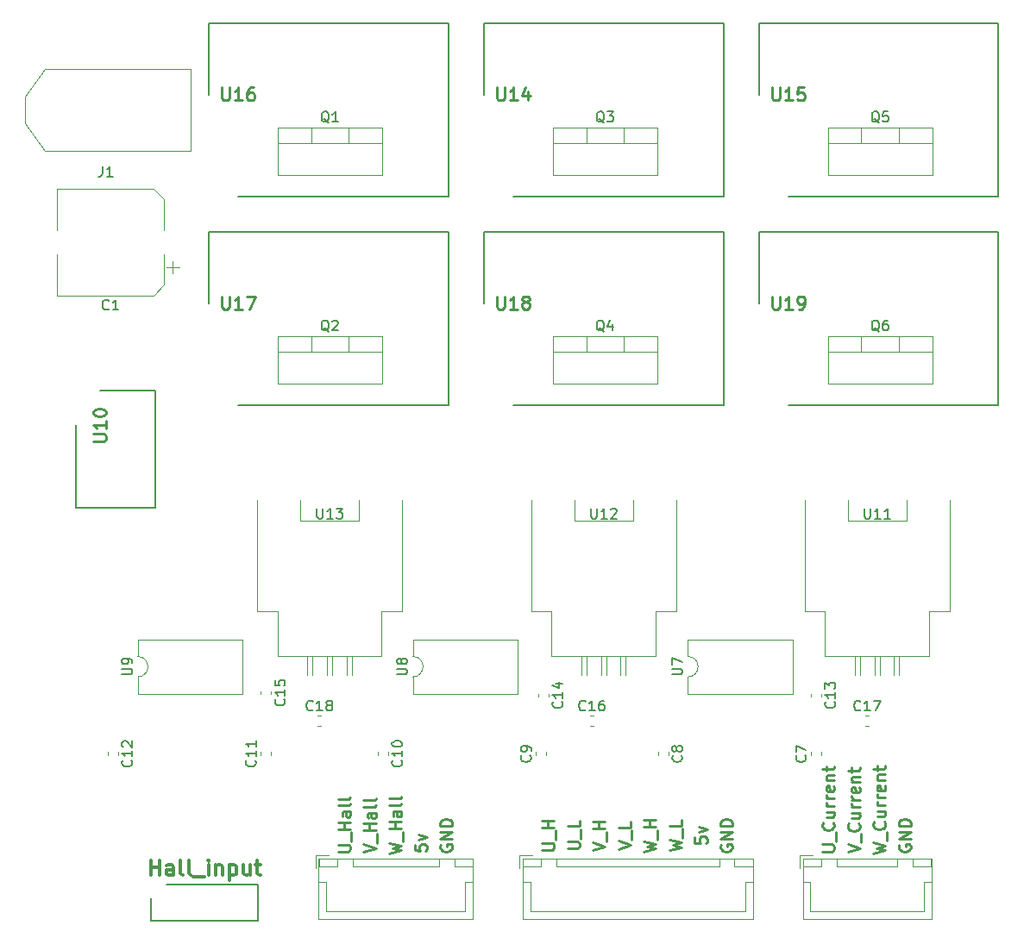
<source format=gbr>
G04 #@! TF.GenerationSoftware,KiCad,Pcbnew,(5.0.0)*
G04 #@! TF.CreationDate,2019-07-28T19:46:13+09:00*
G04 #@! TF.ProjectId,ver.2019_part7,7665722E323031395F70617274372E6B,rev?*
G04 #@! TF.SameCoordinates,Original*
G04 #@! TF.FileFunction,Legend,Top*
G04 #@! TF.FilePolarity,Positive*
%FSLAX46Y46*%
G04 Gerber Fmt 4.6, Leading zero omitted, Abs format (unit mm)*
G04 Created by KiCad (PCBNEW (5.0.0)) date 07/28/19 19:46:13*
%MOMM*%
%LPD*%
G01*
G04 APERTURE LIST*
%ADD10C,0.250000*%
%ADD11C,0.300000*%
%ADD12C,0.200000*%
%ADD13C,0.120000*%
%ADD14C,0.100000*%
%ADD15C,0.254000*%
%ADD16C,0.150000*%
G04 APERTURE END LIST*
D10*
X186900000Y-141664285D02*
X186842857Y-141778571D01*
X186842857Y-141950000D01*
X186900000Y-142121428D01*
X187014285Y-142235714D01*
X187128571Y-142292857D01*
X187357142Y-142350000D01*
X187528571Y-142350000D01*
X187757142Y-142292857D01*
X187871428Y-142235714D01*
X187985714Y-142121428D01*
X188042857Y-141950000D01*
X188042857Y-141835714D01*
X187985714Y-141664285D01*
X187928571Y-141607142D01*
X187528571Y-141607142D01*
X187528571Y-141835714D01*
X188042857Y-141092857D02*
X186842857Y-141092857D01*
X188042857Y-140407142D01*
X186842857Y-140407142D01*
X188042857Y-139835714D02*
X186842857Y-139835714D01*
X186842857Y-139550000D01*
X186900000Y-139378571D01*
X187014285Y-139264285D01*
X187128571Y-139207142D01*
X187357142Y-139150000D01*
X187528571Y-139150000D01*
X187757142Y-139207142D01*
X187871428Y-139264285D01*
X187985714Y-139378571D01*
X188042857Y-139550000D01*
X188042857Y-139835714D01*
X184342857Y-142507142D02*
X185542857Y-142221428D01*
X184685714Y-141992857D01*
X185542857Y-141764285D01*
X184342857Y-141478571D01*
X185657142Y-141307142D02*
X185657142Y-140392857D01*
X185428571Y-139421428D02*
X185485714Y-139478571D01*
X185542857Y-139650000D01*
X185542857Y-139764285D01*
X185485714Y-139935714D01*
X185371428Y-140050000D01*
X185257142Y-140107142D01*
X185028571Y-140164285D01*
X184857142Y-140164285D01*
X184628571Y-140107142D01*
X184514285Y-140050000D01*
X184400000Y-139935714D01*
X184342857Y-139764285D01*
X184342857Y-139650000D01*
X184400000Y-139478571D01*
X184457142Y-139421428D01*
X184742857Y-138392857D02*
X185542857Y-138392857D01*
X184742857Y-138907142D02*
X185371428Y-138907142D01*
X185485714Y-138850000D01*
X185542857Y-138735714D01*
X185542857Y-138564285D01*
X185485714Y-138450000D01*
X185428571Y-138392857D01*
X185542857Y-137821428D02*
X184742857Y-137821428D01*
X184971428Y-137821428D02*
X184857142Y-137764285D01*
X184800000Y-137707142D01*
X184742857Y-137592857D01*
X184742857Y-137478571D01*
X185542857Y-137078571D02*
X184742857Y-137078571D01*
X184971428Y-137078571D02*
X184857142Y-137021428D01*
X184800000Y-136964285D01*
X184742857Y-136850000D01*
X184742857Y-136735714D01*
X185485714Y-135878571D02*
X185542857Y-135992857D01*
X185542857Y-136221428D01*
X185485714Y-136335714D01*
X185371428Y-136392857D01*
X184914285Y-136392857D01*
X184800000Y-136335714D01*
X184742857Y-136221428D01*
X184742857Y-135992857D01*
X184800000Y-135878571D01*
X184914285Y-135821428D01*
X185028571Y-135821428D01*
X185142857Y-136392857D01*
X184742857Y-135307142D02*
X185542857Y-135307142D01*
X184857142Y-135307142D02*
X184800000Y-135250000D01*
X184742857Y-135135714D01*
X184742857Y-134964285D01*
X184800000Y-134850000D01*
X184914285Y-134792857D01*
X185542857Y-134792857D01*
X184742857Y-134392857D02*
X184742857Y-133935714D01*
X184342857Y-134221428D02*
X185371428Y-134221428D01*
X185485714Y-134164285D01*
X185542857Y-134050000D01*
X185542857Y-133935714D01*
X181842857Y-142392857D02*
X183042857Y-141992857D01*
X181842857Y-141592857D01*
X183157142Y-141478571D02*
X183157142Y-140564285D01*
X182928571Y-139592857D02*
X182985714Y-139650000D01*
X183042857Y-139821428D01*
X183042857Y-139935714D01*
X182985714Y-140107142D01*
X182871428Y-140221428D01*
X182757142Y-140278571D01*
X182528571Y-140335714D01*
X182357142Y-140335714D01*
X182128571Y-140278571D01*
X182014285Y-140221428D01*
X181900000Y-140107142D01*
X181842857Y-139935714D01*
X181842857Y-139821428D01*
X181900000Y-139650000D01*
X181957142Y-139592857D01*
X182242857Y-138564285D02*
X183042857Y-138564285D01*
X182242857Y-139078571D02*
X182871428Y-139078571D01*
X182985714Y-139021428D01*
X183042857Y-138907142D01*
X183042857Y-138735714D01*
X182985714Y-138621428D01*
X182928571Y-138564285D01*
X183042857Y-137992857D02*
X182242857Y-137992857D01*
X182471428Y-137992857D02*
X182357142Y-137935714D01*
X182300000Y-137878571D01*
X182242857Y-137764285D01*
X182242857Y-137650000D01*
X183042857Y-137250000D02*
X182242857Y-137250000D01*
X182471428Y-137250000D02*
X182357142Y-137192857D01*
X182300000Y-137135714D01*
X182242857Y-137021428D01*
X182242857Y-136907142D01*
X182985714Y-136050000D02*
X183042857Y-136164285D01*
X183042857Y-136392857D01*
X182985714Y-136507142D01*
X182871428Y-136564285D01*
X182414285Y-136564285D01*
X182300000Y-136507142D01*
X182242857Y-136392857D01*
X182242857Y-136164285D01*
X182300000Y-136050000D01*
X182414285Y-135992857D01*
X182528571Y-135992857D01*
X182642857Y-136564285D01*
X182242857Y-135478571D02*
X183042857Y-135478571D01*
X182357142Y-135478571D02*
X182300000Y-135421428D01*
X182242857Y-135307142D01*
X182242857Y-135135714D01*
X182300000Y-135021428D01*
X182414285Y-134964285D01*
X183042857Y-134964285D01*
X182242857Y-134564285D02*
X182242857Y-134107142D01*
X181842857Y-134392857D02*
X182871428Y-134392857D01*
X182985714Y-134335714D01*
X183042857Y-134221428D01*
X183042857Y-134107142D01*
X179342857Y-142335714D02*
X180314285Y-142335714D01*
X180428571Y-142278571D01*
X180485714Y-142221428D01*
X180542857Y-142107142D01*
X180542857Y-141878571D01*
X180485714Y-141764285D01*
X180428571Y-141707142D01*
X180314285Y-141650000D01*
X179342857Y-141650000D01*
X180657142Y-141364285D02*
X180657142Y-140450000D01*
X180428571Y-139478571D02*
X180485714Y-139535714D01*
X180542857Y-139707142D01*
X180542857Y-139821428D01*
X180485714Y-139992857D01*
X180371428Y-140107142D01*
X180257142Y-140164285D01*
X180028571Y-140221428D01*
X179857142Y-140221428D01*
X179628571Y-140164285D01*
X179514285Y-140107142D01*
X179400000Y-139992857D01*
X179342857Y-139821428D01*
X179342857Y-139707142D01*
X179400000Y-139535714D01*
X179457142Y-139478571D01*
X179742857Y-138450000D02*
X180542857Y-138450000D01*
X179742857Y-138964285D02*
X180371428Y-138964285D01*
X180485714Y-138907142D01*
X180542857Y-138792857D01*
X180542857Y-138621428D01*
X180485714Y-138507142D01*
X180428571Y-138450000D01*
X180542857Y-137878571D02*
X179742857Y-137878571D01*
X179971428Y-137878571D02*
X179857142Y-137821428D01*
X179800000Y-137764285D01*
X179742857Y-137650000D01*
X179742857Y-137535714D01*
X180542857Y-137135714D02*
X179742857Y-137135714D01*
X179971428Y-137135714D02*
X179857142Y-137078571D01*
X179800000Y-137021428D01*
X179742857Y-136907142D01*
X179742857Y-136792857D01*
X180485714Y-135935714D02*
X180542857Y-136050000D01*
X180542857Y-136278571D01*
X180485714Y-136392857D01*
X180371428Y-136450000D01*
X179914285Y-136450000D01*
X179800000Y-136392857D01*
X179742857Y-136278571D01*
X179742857Y-136050000D01*
X179800000Y-135935714D01*
X179914285Y-135878571D01*
X180028571Y-135878571D01*
X180142857Y-136450000D01*
X179742857Y-135364285D02*
X180542857Y-135364285D01*
X179857142Y-135364285D02*
X179800000Y-135307142D01*
X179742857Y-135192857D01*
X179742857Y-135021428D01*
X179800000Y-134907142D01*
X179914285Y-134850000D01*
X180542857Y-134850000D01*
X179742857Y-134450000D02*
X179742857Y-133992857D01*
X179342857Y-134278571D02*
X180371428Y-134278571D01*
X180485714Y-134221428D01*
X180542857Y-134107142D01*
X180542857Y-133992857D01*
X141900000Y-141664285D02*
X141842857Y-141778571D01*
X141842857Y-141950000D01*
X141900000Y-142121428D01*
X142014285Y-142235714D01*
X142128571Y-142292857D01*
X142357142Y-142350000D01*
X142528571Y-142350000D01*
X142757142Y-142292857D01*
X142871428Y-142235714D01*
X142985714Y-142121428D01*
X143042857Y-141950000D01*
X143042857Y-141835714D01*
X142985714Y-141664285D01*
X142928571Y-141607142D01*
X142528571Y-141607142D01*
X142528571Y-141835714D01*
X143042857Y-141092857D02*
X141842857Y-141092857D01*
X143042857Y-140407142D01*
X141842857Y-140407142D01*
X143042857Y-139835714D02*
X141842857Y-139835714D01*
X141842857Y-139550000D01*
X141900000Y-139378571D01*
X142014285Y-139264285D01*
X142128571Y-139207142D01*
X142357142Y-139150000D01*
X142528571Y-139150000D01*
X142757142Y-139207142D01*
X142871428Y-139264285D01*
X142985714Y-139378571D01*
X143042857Y-139550000D01*
X143042857Y-139835714D01*
X139342857Y-141671428D02*
X139342857Y-142242857D01*
X139914285Y-142300000D01*
X139857142Y-142242857D01*
X139800000Y-142128571D01*
X139800000Y-141842857D01*
X139857142Y-141728571D01*
X139914285Y-141671428D01*
X140028571Y-141614285D01*
X140314285Y-141614285D01*
X140428571Y-141671428D01*
X140485714Y-141728571D01*
X140542857Y-141842857D01*
X140542857Y-142128571D01*
X140485714Y-142242857D01*
X140428571Y-142300000D01*
X139742857Y-141214285D02*
X140542857Y-140928571D01*
X139742857Y-140642857D01*
X134342857Y-142407142D02*
X135542857Y-142007142D01*
X134342857Y-141607142D01*
X135657142Y-141492857D02*
X135657142Y-140578571D01*
X135542857Y-140292857D02*
X134342857Y-140292857D01*
X134914285Y-140292857D02*
X134914285Y-139607142D01*
X135542857Y-139607142D02*
X134342857Y-139607142D01*
X135542857Y-138521428D02*
X134914285Y-138521428D01*
X134800000Y-138578571D01*
X134742857Y-138692857D01*
X134742857Y-138921428D01*
X134800000Y-139035714D01*
X135485714Y-138521428D02*
X135542857Y-138635714D01*
X135542857Y-138921428D01*
X135485714Y-139035714D01*
X135371428Y-139092857D01*
X135257142Y-139092857D01*
X135142857Y-139035714D01*
X135085714Y-138921428D01*
X135085714Y-138635714D01*
X135028571Y-138521428D01*
X135542857Y-137778571D02*
X135485714Y-137892857D01*
X135371428Y-137950000D01*
X134342857Y-137950000D01*
X135542857Y-137150000D02*
X135485714Y-137264285D01*
X135371428Y-137321428D01*
X134342857Y-137321428D01*
X136842857Y-142521428D02*
X138042857Y-142235714D01*
X137185714Y-142007142D01*
X138042857Y-141778571D01*
X136842857Y-141492857D01*
X138157142Y-141321428D02*
X138157142Y-140407142D01*
X138042857Y-140121428D02*
X136842857Y-140121428D01*
X137414285Y-140121428D02*
X137414285Y-139435714D01*
X138042857Y-139435714D02*
X136842857Y-139435714D01*
X138042857Y-138350000D02*
X137414285Y-138350000D01*
X137300000Y-138407142D01*
X137242857Y-138521428D01*
X137242857Y-138750000D01*
X137300000Y-138864285D01*
X137985714Y-138350000D02*
X138042857Y-138464285D01*
X138042857Y-138750000D01*
X137985714Y-138864285D01*
X137871428Y-138921428D01*
X137757142Y-138921428D01*
X137642857Y-138864285D01*
X137585714Y-138750000D01*
X137585714Y-138464285D01*
X137528571Y-138350000D01*
X138042857Y-137607142D02*
X137985714Y-137721428D01*
X137871428Y-137778571D01*
X136842857Y-137778571D01*
X138042857Y-136978571D02*
X137985714Y-137092857D01*
X137871428Y-137150000D01*
X136842857Y-137150000D01*
X131842857Y-142350000D02*
X132814285Y-142350000D01*
X132928571Y-142292857D01*
X132985714Y-142235714D01*
X133042857Y-142121428D01*
X133042857Y-141892857D01*
X132985714Y-141778571D01*
X132928571Y-141721428D01*
X132814285Y-141664285D01*
X131842857Y-141664285D01*
X133157142Y-141378571D02*
X133157142Y-140464285D01*
X133042857Y-140178571D02*
X131842857Y-140178571D01*
X132414285Y-140178571D02*
X132414285Y-139492857D01*
X133042857Y-139492857D02*
X131842857Y-139492857D01*
X133042857Y-138407142D02*
X132414285Y-138407142D01*
X132300000Y-138464285D01*
X132242857Y-138578571D01*
X132242857Y-138807142D01*
X132300000Y-138921428D01*
X132985714Y-138407142D02*
X133042857Y-138521428D01*
X133042857Y-138807142D01*
X132985714Y-138921428D01*
X132871428Y-138978571D01*
X132757142Y-138978571D01*
X132642857Y-138921428D01*
X132585714Y-138807142D01*
X132585714Y-138521428D01*
X132528571Y-138407142D01*
X133042857Y-137664285D02*
X132985714Y-137778571D01*
X132871428Y-137835714D01*
X131842857Y-137835714D01*
X133042857Y-137035714D02*
X132985714Y-137150000D01*
X132871428Y-137207142D01*
X131842857Y-137207142D01*
X169400000Y-141664285D02*
X169342857Y-141778571D01*
X169342857Y-141950000D01*
X169400000Y-142121428D01*
X169514285Y-142235714D01*
X169628571Y-142292857D01*
X169857142Y-142350000D01*
X170028571Y-142350000D01*
X170257142Y-142292857D01*
X170371428Y-142235714D01*
X170485714Y-142121428D01*
X170542857Y-141950000D01*
X170542857Y-141835714D01*
X170485714Y-141664285D01*
X170428571Y-141607142D01*
X170028571Y-141607142D01*
X170028571Y-141835714D01*
X170542857Y-141092857D02*
X169342857Y-141092857D01*
X170542857Y-140407142D01*
X169342857Y-140407142D01*
X170542857Y-139835714D02*
X169342857Y-139835714D01*
X169342857Y-139550000D01*
X169400000Y-139378571D01*
X169514285Y-139264285D01*
X169628571Y-139207142D01*
X169857142Y-139150000D01*
X170028571Y-139150000D01*
X170257142Y-139207142D01*
X170371428Y-139264285D01*
X170485714Y-139378571D01*
X170542857Y-139550000D01*
X170542857Y-139835714D01*
X166842857Y-140921428D02*
X166842857Y-141492857D01*
X167414285Y-141550000D01*
X167357142Y-141492857D01*
X167300000Y-141378571D01*
X167300000Y-141092857D01*
X167357142Y-140978571D01*
X167414285Y-140921428D01*
X167528571Y-140864285D01*
X167814285Y-140864285D01*
X167928571Y-140921428D01*
X167985714Y-140978571D01*
X168042857Y-141092857D01*
X168042857Y-141378571D01*
X167985714Y-141492857D01*
X167928571Y-141550000D01*
X167242857Y-140464285D02*
X168042857Y-140178571D01*
X167242857Y-139892857D01*
X164342857Y-142207142D02*
X165542857Y-141921428D01*
X164685714Y-141692857D01*
X165542857Y-141464285D01*
X164342857Y-141178571D01*
X165657142Y-141007142D02*
X165657142Y-140092857D01*
X165542857Y-139235714D02*
X165542857Y-139807142D01*
X164342857Y-139807142D01*
X161842857Y-142350000D02*
X163042857Y-142064285D01*
X162185714Y-141835714D01*
X163042857Y-141607142D01*
X161842857Y-141321428D01*
X163157142Y-141150000D02*
X163157142Y-140235714D01*
X163042857Y-139950000D02*
X161842857Y-139950000D01*
X162414285Y-139950000D02*
X162414285Y-139264285D01*
X163042857Y-139264285D02*
X161842857Y-139264285D01*
X159342857Y-142092857D02*
X160542857Y-141692857D01*
X159342857Y-141292857D01*
X160657142Y-141178571D02*
X160657142Y-140264285D01*
X160542857Y-139407142D02*
X160542857Y-139978571D01*
X159342857Y-139978571D01*
X156842857Y-142235714D02*
X158042857Y-141835714D01*
X156842857Y-141435714D01*
X158157142Y-141321428D02*
X158157142Y-140407142D01*
X158042857Y-140121428D02*
X156842857Y-140121428D01*
X157414285Y-140121428D02*
X157414285Y-139435714D01*
X158042857Y-139435714D02*
X156842857Y-139435714D01*
X154342857Y-142035714D02*
X155314285Y-142035714D01*
X155428571Y-141978571D01*
X155485714Y-141921428D01*
X155542857Y-141807142D01*
X155542857Y-141578571D01*
X155485714Y-141464285D01*
X155428571Y-141407142D01*
X155314285Y-141350000D01*
X154342857Y-141350000D01*
X155657142Y-141064285D02*
X155657142Y-140150000D01*
X155542857Y-139292857D02*
X155542857Y-139864285D01*
X154342857Y-139864285D01*
X151842857Y-142178571D02*
X152814285Y-142178571D01*
X152928571Y-142121428D01*
X152985714Y-142064285D01*
X153042857Y-141950000D01*
X153042857Y-141721428D01*
X152985714Y-141607142D01*
X152928571Y-141550000D01*
X152814285Y-141492857D01*
X151842857Y-141492857D01*
X153157142Y-141207142D02*
X153157142Y-140292857D01*
X153042857Y-140007142D02*
X151842857Y-140007142D01*
X152414285Y-140007142D02*
X152414285Y-139321428D01*
X153042857Y-139321428D02*
X151842857Y-139321428D01*
D11*
X113464285Y-144678571D02*
X113464285Y-143178571D01*
X113464285Y-143892857D02*
X114321428Y-143892857D01*
X114321428Y-144678571D02*
X114321428Y-143178571D01*
X115678571Y-144678571D02*
X115678571Y-143892857D01*
X115607142Y-143750000D01*
X115464285Y-143678571D01*
X115178571Y-143678571D01*
X115035714Y-143750000D01*
X115678571Y-144607142D02*
X115535714Y-144678571D01*
X115178571Y-144678571D01*
X115035714Y-144607142D01*
X114964285Y-144464285D01*
X114964285Y-144321428D01*
X115035714Y-144178571D01*
X115178571Y-144107142D01*
X115535714Y-144107142D01*
X115678571Y-144035714D01*
X116607142Y-144678571D02*
X116464285Y-144607142D01*
X116392857Y-144464285D01*
X116392857Y-143178571D01*
X117392857Y-144678571D02*
X117250000Y-144607142D01*
X117178571Y-144464285D01*
X117178571Y-143178571D01*
X117607142Y-144821428D02*
X118750000Y-144821428D01*
X119107142Y-144678571D02*
X119107142Y-143678571D01*
X119107142Y-143178571D02*
X119035714Y-143250000D01*
X119107142Y-143321428D01*
X119178571Y-143250000D01*
X119107142Y-143178571D01*
X119107142Y-143321428D01*
X119821428Y-143678571D02*
X119821428Y-144678571D01*
X119821428Y-143821428D02*
X119892857Y-143750000D01*
X120035714Y-143678571D01*
X120250000Y-143678571D01*
X120392857Y-143750000D01*
X120464285Y-143892857D01*
X120464285Y-144678571D01*
X121178571Y-143678571D02*
X121178571Y-145178571D01*
X121178571Y-143750000D02*
X121321428Y-143678571D01*
X121607142Y-143678571D01*
X121750000Y-143750000D01*
X121821428Y-143821428D01*
X121892857Y-143964285D01*
X121892857Y-144392857D01*
X121821428Y-144535714D01*
X121750000Y-144607142D01*
X121607142Y-144678571D01*
X121321428Y-144678571D01*
X121178571Y-144607142D01*
X123178571Y-143678571D02*
X123178571Y-144678571D01*
X122535714Y-143678571D02*
X122535714Y-144464285D01*
X122607142Y-144607142D01*
X122750000Y-144678571D01*
X122964285Y-144678571D01*
X123107142Y-144607142D01*
X123178571Y-144535714D01*
X123678571Y-143678571D02*
X124250000Y-143678571D01*
X123892857Y-143178571D02*
X123892857Y-144464285D01*
X123964285Y-144607142D01*
X124107142Y-144678571D01*
X124250000Y-144678571D01*
D12*
G04 #@! TO.C,U17*
X119150000Y-81500000D02*
X119150000Y-88500000D01*
X142650000Y-81500000D02*
X119150000Y-81500000D01*
X142650000Y-98500000D02*
X142650000Y-81500000D01*
X122000000Y-98500000D02*
X142650000Y-98500000D01*
D13*
G04 #@! TO.C,C1*
X104240000Y-77240000D02*
X104240000Y-81290000D01*
X104240000Y-87760000D02*
X104240000Y-83710000D01*
X113695563Y-87760000D02*
X104240000Y-87760000D01*
X113695563Y-77240000D02*
X104240000Y-77240000D01*
X114760000Y-78304437D02*
X114760000Y-81290000D01*
X114760000Y-86695563D02*
X114760000Y-83710000D01*
X114760000Y-86695563D02*
X113695563Y-87760000D01*
X114760000Y-78304437D02*
X113695563Y-77240000D01*
X116250000Y-84960000D02*
X115000000Y-84960000D01*
X115625000Y-85585000D02*
X115625000Y-84335000D01*
G04 #@! TO.C,C7*
X178240000Y-132912779D02*
X178240000Y-132587221D01*
X179260000Y-132912779D02*
X179260000Y-132587221D01*
G04 #@! TO.C,C8*
X163240000Y-132587221D02*
X163240000Y-132912779D01*
X164260000Y-132587221D02*
X164260000Y-132912779D01*
G04 #@! TO.C,C9*
X151240000Y-132912779D02*
X151240000Y-132587221D01*
X152260000Y-132912779D02*
X152260000Y-132587221D01*
G04 #@! TO.C,C10*
X135740000Y-132587221D02*
X135740000Y-132912779D01*
X136760000Y-132587221D02*
X136760000Y-132912779D01*
G04 #@! TO.C,C11*
X124240000Y-132912779D02*
X124240000Y-132587221D01*
X125260000Y-132912779D02*
X125260000Y-132587221D01*
G04 #@! TO.C,C12*
X109240000Y-132587221D02*
X109240000Y-132912779D01*
X110260000Y-132587221D02*
X110260000Y-132912779D01*
D14*
G04 #@! TO.C,J1*
X112700000Y-73500000D02*
X117400000Y-73500000D01*
X117400000Y-73500000D02*
X117400000Y-71900000D01*
X113000000Y-65500000D02*
X117200000Y-65500000D01*
X117200000Y-65500000D02*
X117300000Y-65500000D01*
X117300000Y-65500000D02*
X117400000Y-65500000D01*
X117400000Y-65500000D02*
X117400000Y-69500000D01*
X103100000Y-73500000D02*
X101100000Y-70800000D01*
X103100000Y-65500000D02*
X101100000Y-68200000D01*
X101100000Y-69500000D02*
X101100000Y-70750000D01*
X101100000Y-69500000D02*
X101100000Y-68250000D01*
X105500000Y-73500000D02*
X103100000Y-73500000D01*
X108500000Y-73500000D02*
X105500000Y-73500000D01*
X105500000Y-65500000D02*
X103100000Y-65500000D01*
X108600000Y-65500000D02*
X105500000Y-65500000D01*
X101100000Y-69400000D02*
X101100000Y-69700000D01*
X117400000Y-69500000D02*
X117400000Y-71900000D01*
X113000000Y-65500000D02*
X108600000Y-65500000D01*
X112700000Y-73500000D02*
X108500000Y-73500000D01*
D13*
G04 #@! TO.C,J5*
X149940000Y-143040000D02*
X149940000Y-149010000D01*
X149940000Y-149010000D02*
X172560000Y-149010000D01*
X172560000Y-149010000D02*
X172560000Y-143040000D01*
X172560000Y-143040000D02*
X149940000Y-143040000D01*
X153250000Y-143050000D02*
X153250000Y-143800000D01*
X153250000Y-143800000D02*
X169250000Y-143800000D01*
X169250000Y-143800000D02*
X169250000Y-143050000D01*
X169250000Y-143050000D02*
X153250000Y-143050000D01*
X149950000Y-143050000D02*
X149950000Y-143800000D01*
X149950000Y-143800000D02*
X151750000Y-143800000D01*
X151750000Y-143800000D02*
X151750000Y-143050000D01*
X151750000Y-143050000D02*
X149950000Y-143050000D01*
X170750000Y-143050000D02*
X170750000Y-143800000D01*
X170750000Y-143800000D02*
X172550000Y-143800000D01*
X172550000Y-143800000D02*
X172550000Y-143050000D01*
X172550000Y-143050000D02*
X170750000Y-143050000D01*
X149950000Y-145300000D02*
X150700000Y-145300000D01*
X150700000Y-145300000D02*
X150700000Y-148250000D01*
X150700000Y-148250000D02*
X161250000Y-148250000D01*
X172550000Y-145300000D02*
X171800000Y-145300000D01*
X171800000Y-145300000D02*
X171800000Y-148250000D01*
X171800000Y-148250000D02*
X161250000Y-148250000D01*
X150900000Y-142750000D02*
X149650000Y-142750000D01*
X149650000Y-142750000D02*
X149650000Y-144000000D01*
G04 #@! TO.C,J6*
X177440000Y-143040000D02*
X177440000Y-149010000D01*
X177440000Y-149010000D02*
X190060000Y-149010000D01*
X190060000Y-149010000D02*
X190060000Y-143040000D01*
X190060000Y-143040000D02*
X177440000Y-143040000D01*
X180750000Y-143050000D02*
X180750000Y-143800000D01*
X180750000Y-143800000D02*
X186750000Y-143800000D01*
X186750000Y-143800000D02*
X186750000Y-143050000D01*
X186750000Y-143050000D02*
X180750000Y-143050000D01*
X177450000Y-143050000D02*
X177450000Y-143800000D01*
X177450000Y-143800000D02*
X179250000Y-143800000D01*
X179250000Y-143800000D02*
X179250000Y-143050000D01*
X179250000Y-143050000D02*
X177450000Y-143050000D01*
X188250000Y-143050000D02*
X188250000Y-143800000D01*
X188250000Y-143800000D02*
X190050000Y-143800000D01*
X190050000Y-143800000D02*
X190050000Y-143050000D01*
X190050000Y-143050000D02*
X188250000Y-143050000D01*
X177450000Y-145300000D02*
X178200000Y-145300000D01*
X178200000Y-145300000D02*
X178200000Y-148250000D01*
X178200000Y-148250000D02*
X183750000Y-148250000D01*
X190050000Y-145300000D02*
X189300000Y-145300000D01*
X189300000Y-145300000D02*
X189300000Y-148250000D01*
X189300000Y-148250000D02*
X183750000Y-148250000D01*
X178400000Y-142750000D02*
X177150000Y-142750000D01*
X177150000Y-142750000D02*
X177150000Y-144000000D01*
G04 #@! TO.C,J7*
X129940000Y-143040000D02*
X129940000Y-149010000D01*
X129940000Y-149010000D02*
X145060000Y-149010000D01*
X145060000Y-149010000D02*
X145060000Y-143040000D01*
X145060000Y-143040000D02*
X129940000Y-143040000D01*
X133250000Y-143050000D02*
X133250000Y-143800000D01*
X133250000Y-143800000D02*
X141750000Y-143800000D01*
X141750000Y-143800000D02*
X141750000Y-143050000D01*
X141750000Y-143050000D02*
X133250000Y-143050000D01*
X129950000Y-143050000D02*
X129950000Y-143800000D01*
X129950000Y-143800000D02*
X131750000Y-143800000D01*
X131750000Y-143800000D02*
X131750000Y-143050000D01*
X131750000Y-143050000D02*
X129950000Y-143050000D01*
X143250000Y-143050000D02*
X143250000Y-143800000D01*
X143250000Y-143800000D02*
X145050000Y-143800000D01*
X145050000Y-143800000D02*
X145050000Y-143050000D01*
X145050000Y-143050000D02*
X143250000Y-143050000D01*
X129950000Y-145300000D02*
X130700000Y-145300000D01*
X130700000Y-145300000D02*
X130700000Y-148250000D01*
X130700000Y-148250000D02*
X137500000Y-148250000D01*
X145050000Y-145300000D02*
X144300000Y-145300000D01*
X144300000Y-145300000D02*
X144300000Y-148250000D01*
X144300000Y-148250000D02*
X137500000Y-148250000D01*
X130900000Y-142750000D02*
X129650000Y-142750000D01*
X129650000Y-142750000D02*
X129650000Y-144000000D01*
D12*
G04 #@! TO.C,J8*
X114975000Y-145622000D02*
X123975000Y-145622000D01*
X123975000Y-145622000D02*
X123975000Y-149122000D01*
X123975000Y-149122000D02*
X113475000Y-149122000D01*
X113475000Y-149122000D02*
X113475000Y-146922000D01*
D13*
G04 #@! TO.C,Q1*
X125920000Y-71230000D02*
X136160000Y-71230000D01*
X125920000Y-75871000D02*
X136160000Y-75871000D01*
X125920000Y-71230000D02*
X125920000Y-75871000D01*
X136160000Y-71230000D02*
X136160000Y-75871000D01*
X125920000Y-72740000D02*
X136160000Y-72740000D01*
X129190000Y-71230000D02*
X129190000Y-72740000D01*
X132891000Y-71230000D02*
X132891000Y-72740000D01*
G04 #@! TO.C,Q2*
X132891000Y-91730000D02*
X132891000Y-93240000D01*
X129190000Y-91730000D02*
X129190000Y-93240000D01*
X125920000Y-93240000D02*
X136160000Y-93240000D01*
X136160000Y-91730000D02*
X136160000Y-96371000D01*
X125920000Y-91730000D02*
X125920000Y-96371000D01*
X125920000Y-96371000D02*
X136160000Y-96371000D01*
X125920000Y-91730000D02*
X136160000Y-91730000D01*
G04 #@! TO.C,Q3*
X152920000Y-71230000D02*
X163160000Y-71230000D01*
X152920000Y-75871000D02*
X163160000Y-75871000D01*
X152920000Y-71230000D02*
X152920000Y-75871000D01*
X163160000Y-71230000D02*
X163160000Y-75871000D01*
X152920000Y-72740000D02*
X163160000Y-72740000D01*
X156190000Y-71230000D02*
X156190000Y-72740000D01*
X159891000Y-71230000D02*
X159891000Y-72740000D01*
G04 #@! TO.C,Q4*
X159891000Y-91730000D02*
X159891000Y-93240000D01*
X156190000Y-91730000D02*
X156190000Y-93240000D01*
X152920000Y-93240000D02*
X163160000Y-93240000D01*
X163160000Y-91730000D02*
X163160000Y-96371000D01*
X152920000Y-91730000D02*
X152920000Y-96371000D01*
X152920000Y-96371000D02*
X163160000Y-96371000D01*
X152920000Y-91730000D02*
X163160000Y-91730000D01*
G04 #@! TO.C,Q5*
X186891000Y-71230000D02*
X186891000Y-72740000D01*
X183190000Y-71230000D02*
X183190000Y-72740000D01*
X179920000Y-72740000D02*
X190160000Y-72740000D01*
X190160000Y-71230000D02*
X190160000Y-75871000D01*
X179920000Y-71230000D02*
X179920000Y-75871000D01*
X179920000Y-75871000D02*
X190160000Y-75871000D01*
X179920000Y-71230000D02*
X190160000Y-71230000D01*
G04 #@! TO.C,Q6*
X179920000Y-91730000D02*
X190160000Y-91730000D01*
X179920000Y-96371000D02*
X190160000Y-96371000D01*
X179920000Y-91730000D02*
X179920000Y-96371000D01*
X190160000Y-91730000D02*
X190160000Y-96371000D01*
X179920000Y-93240000D02*
X190160000Y-93240000D01*
X183190000Y-91730000D02*
X183190000Y-93240000D01*
X186891000Y-91730000D02*
X186891000Y-93240000D01*
G04 #@! TO.C,U7*
X166170000Y-123190000D02*
G75*
G02X166170000Y-125190000I0J-1000000D01*
G01*
X166170000Y-125190000D02*
X166170000Y-126840000D01*
X166170000Y-126840000D02*
X176450000Y-126840000D01*
X176450000Y-126840000D02*
X176450000Y-121540000D01*
X176450000Y-121540000D02*
X166170000Y-121540000D01*
X166170000Y-121540000D02*
X166170000Y-123190000D01*
G04 #@! TO.C,U8*
X139170000Y-123190000D02*
G75*
G02X139170000Y-125190000I0J-1000000D01*
G01*
X139170000Y-125190000D02*
X139170000Y-126840000D01*
X139170000Y-126840000D02*
X149450000Y-126840000D01*
X149450000Y-126840000D02*
X149450000Y-121540000D01*
X149450000Y-121540000D02*
X139170000Y-121540000D01*
X139170000Y-121540000D02*
X139170000Y-123190000D01*
G04 #@! TO.C,U9*
X112170000Y-121540000D02*
X112170000Y-123190000D01*
X122450000Y-121540000D02*
X112170000Y-121540000D01*
X122450000Y-126840000D02*
X122450000Y-121540000D01*
X112170000Y-126840000D02*
X122450000Y-126840000D01*
X112170000Y-125190000D02*
X112170000Y-126840000D01*
X112170000Y-123190000D02*
G75*
G02X112170000Y-125190000I0J-1000000D01*
G01*
D12*
G04 #@! TO.C,U10*
X106125000Y-100500000D02*
X106125000Y-108590000D01*
X106125000Y-108590000D02*
X113925000Y-108590000D01*
X113925000Y-108590000D02*
X113925000Y-97040000D01*
X113925000Y-97040000D02*
X108500000Y-97040000D01*
D13*
G04 #@! TO.C,U11*
X186915000Y-123120000D02*
X186915000Y-125000000D01*
X185005000Y-123120000D02*
X185005000Y-125000000D01*
X183095000Y-123120000D02*
X183095000Y-125000000D01*
X182585000Y-123120000D02*
X182585000Y-125000000D01*
X184495000Y-123120000D02*
X184495000Y-125000000D01*
X186405000Y-123120000D02*
X186405000Y-125000000D01*
X189870000Y-123120000D02*
X189870000Y-118720000D01*
X179630000Y-123120000D02*
X179630000Y-118720000D01*
X189870000Y-123120000D02*
X179630000Y-123120000D01*
X181870000Y-109880000D02*
X187630000Y-109880000D01*
X181870000Y-109880000D02*
X181870000Y-107800000D01*
X187630000Y-109880000D02*
X187630000Y-107800000D01*
X179630000Y-118720000D02*
X177630000Y-118720000D01*
X189870000Y-118720000D02*
X191870000Y-118720000D01*
X177630000Y-118720000D02*
X177630000Y-107800000D01*
X191870000Y-118720000D02*
X191870000Y-107800000D01*
G04 #@! TO.C,U12*
X165030000Y-118720000D02*
X165030000Y-107800000D01*
X150790000Y-118720000D02*
X150790000Y-107800000D01*
X163030000Y-118720000D02*
X165030000Y-118720000D01*
X152790000Y-118720000D02*
X150790000Y-118720000D01*
X160790000Y-109880000D02*
X160790000Y-107800000D01*
X155030000Y-109880000D02*
X155030000Y-107800000D01*
X155030000Y-109880000D02*
X160790000Y-109880000D01*
X163030000Y-123120000D02*
X152790000Y-123120000D01*
X152790000Y-123120000D02*
X152790000Y-118720000D01*
X163030000Y-123120000D02*
X163030000Y-118720000D01*
X159565000Y-123120000D02*
X159565000Y-125000000D01*
X157655000Y-123120000D02*
X157655000Y-125000000D01*
X155745000Y-123120000D02*
X155745000Y-125000000D01*
X156255000Y-123120000D02*
X156255000Y-125000000D01*
X158165000Y-123120000D02*
X158165000Y-125000000D01*
X160075000Y-123120000D02*
X160075000Y-125000000D01*
G04 #@! TO.C,U13*
X138120000Y-118720000D02*
X138120000Y-107800000D01*
X123880000Y-118720000D02*
X123880000Y-107800000D01*
X136120000Y-118720000D02*
X138120000Y-118720000D01*
X125880000Y-118720000D02*
X123880000Y-118720000D01*
X133880000Y-109880000D02*
X133880000Y-107800000D01*
X128120000Y-109880000D02*
X128120000Y-107800000D01*
X128120000Y-109880000D02*
X133880000Y-109880000D01*
X136120000Y-123120000D02*
X125880000Y-123120000D01*
X125880000Y-123120000D02*
X125880000Y-118720000D01*
X136120000Y-123120000D02*
X136120000Y-118720000D01*
X132655000Y-123120000D02*
X132655000Y-125000000D01*
X130745000Y-123120000D02*
X130745000Y-125000000D01*
X128835000Y-123120000D02*
X128835000Y-125000000D01*
X129345000Y-123120000D02*
X129345000Y-125000000D01*
X131255000Y-123120000D02*
X131255000Y-125000000D01*
X133165000Y-123120000D02*
X133165000Y-125000000D01*
D12*
G04 #@! TO.C,U14*
X149000000Y-78000000D02*
X169650000Y-78000000D01*
X169650000Y-78000000D02*
X169650000Y-61000000D01*
X169650000Y-61000000D02*
X146150000Y-61000000D01*
X146150000Y-61000000D02*
X146150000Y-68000000D01*
G04 #@! TO.C,U15*
X173150000Y-61000000D02*
X173150000Y-68000000D01*
X196650000Y-61000000D02*
X173150000Y-61000000D01*
X196650000Y-78000000D02*
X196650000Y-61000000D01*
X176000000Y-78000000D02*
X196650000Y-78000000D01*
G04 #@! TO.C,U16*
X122000000Y-78000000D02*
X142650000Y-78000000D01*
X142650000Y-78000000D02*
X142650000Y-61000000D01*
X142650000Y-61000000D02*
X119150000Y-61000000D01*
X119150000Y-61000000D02*
X119150000Y-68000000D01*
G04 #@! TO.C,U18*
X149000000Y-98500000D02*
X169650000Y-98500000D01*
X169650000Y-98500000D02*
X169650000Y-81500000D01*
X169650000Y-81500000D02*
X146150000Y-81500000D01*
X146150000Y-81500000D02*
X146150000Y-88500000D01*
G04 #@! TO.C,U19*
X173150000Y-81500000D02*
X173150000Y-88500000D01*
X196650000Y-81500000D02*
X173150000Y-81500000D01*
X196650000Y-98500000D02*
X196650000Y-81500000D01*
X176000000Y-98500000D02*
X196650000Y-98500000D01*
D13*
G04 #@! TO.C,C13*
X179260000Y-126837221D02*
X179260000Y-127162779D01*
X178240000Y-126837221D02*
X178240000Y-127162779D01*
G04 #@! TO.C,C14*
X151490000Y-126837221D02*
X151490000Y-127162779D01*
X152510000Y-126837221D02*
X152510000Y-127162779D01*
G04 #@! TO.C,C15*
X125260000Y-126587221D02*
X125260000Y-126912779D01*
X124240000Y-126587221D02*
X124240000Y-126912779D01*
G04 #@! TO.C,C16*
X156587221Y-130010000D02*
X156912779Y-130010000D01*
X156587221Y-128990000D02*
X156912779Y-128990000D01*
G04 #@! TO.C,C17*
X183587221Y-128990000D02*
X183912779Y-128990000D01*
X183587221Y-130010000D02*
X183912779Y-130010000D01*
G04 #@! TO.C,C18*
X129837221Y-130010000D02*
X130162779Y-130010000D01*
X129837221Y-128990000D02*
X130162779Y-128990000D01*
G04 #@! TO.C,U17*
D15*
X120427619Y-87804523D02*
X120427619Y-88832619D01*
X120488095Y-88953571D01*
X120548571Y-89014047D01*
X120669523Y-89074523D01*
X120911428Y-89074523D01*
X121032380Y-89014047D01*
X121092857Y-88953571D01*
X121153333Y-88832619D01*
X121153333Y-87804523D01*
X122423333Y-89074523D02*
X121697619Y-89074523D01*
X122060476Y-89074523D02*
X122060476Y-87804523D01*
X121939523Y-87985952D01*
X121818571Y-88106904D01*
X121697619Y-88167380D01*
X122846666Y-87804523D02*
X123693333Y-87804523D01*
X123149047Y-89074523D01*
G04 #@! TO.C,C1*
D16*
X109333333Y-89057142D02*
X109285714Y-89104761D01*
X109142857Y-89152380D01*
X109047619Y-89152380D01*
X108904761Y-89104761D01*
X108809523Y-89009523D01*
X108761904Y-88914285D01*
X108714285Y-88723809D01*
X108714285Y-88580952D01*
X108761904Y-88390476D01*
X108809523Y-88295238D01*
X108904761Y-88200000D01*
X109047619Y-88152380D01*
X109142857Y-88152380D01*
X109285714Y-88200000D01*
X109333333Y-88247619D01*
X110285714Y-89152380D02*
X109714285Y-89152380D01*
X110000000Y-89152380D02*
X110000000Y-88152380D01*
X109904761Y-88295238D01*
X109809523Y-88390476D01*
X109714285Y-88438095D01*
G04 #@! TO.C,C7*
X177677142Y-132916666D02*
X177724761Y-132964285D01*
X177772380Y-133107142D01*
X177772380Y-133202380D01*
X177724761Y-133345238D01*
X177629523Y-133440476D01*
X177534285Y-133488095D01*
X177343809Y-133535714D01*
X177200952Y-133535714D01*
X177010476Y-133488095D01*
X176915238Y-133440476D01*
X176820000Y-133345238D01*
X176772380Y-133202380D01*
X176772380Y-133107142D01*
X176820000Y-132964285D01*
X176867619Y-132916666D01*
X176772380Y-132583333D02*
X176772380Y-131916666D01*
X177772380Y-132345238D01*
G04 #@! TO.C,C8*
X165537142Y-132916666D02*
X165584761Y-132964285D01*
X165632380Y-133107142D01*
X165632380Y-133202380D01*
X165584761Y-133345238D01*
X165489523Y-133440476D01*
X165394285Y-133488095D01*
X165203809Y-133535714D01*
X165060952Y-133535714D01*
X164870476Y-133488095D01*
X164775238Y-133440476D01*
X164680000Y-133345238D01*
X164632380Y-133202380D01*
X164632380Y-133107142D01*
X164680000Y-132964285D01*
X164727619Y-132916666D01*
X165060952Y-132345238D02*
X165013333Y-132440476D01*
X164965714Y-132488095D01*
X164870476Y-132535714D01*
X164822857Y-132535714D01*
X164727619Y-132488095D01*
X164680000Y-132440476D01*
X164632380Y-132345238D01*
X164632380Y-132154761D01*
X164680000Y-132059523D01*
X164727619Y-132011904D01*
X164822857Y-131964285D01*
X164870476Y-131964285D01*
X164965714Y-132011904D01*
X165013333Y-132059523D01*
X165060952Y-132154761D01*
X165060952Y-132345238D01*
X165108571Y-132440476D01*
X165156190Y-132488095D01*
X165251428Y-132535714D01*
X165441904Y-132535714D01*
X165537142Y-132488095D01*
X165584761Y-132440476D01*
X165632380Y-132345238D01*
X165632380Y-132154761D01*
X165584761Y-132059523D01*
X165537142Y-132011904D01*
X165441904Y-131964285D01*
X165251428Y-131964285D01*
X165156190Y-132011904D01*
X165108571Y-132059523D01*
X165060952Y-132154761D01*
G04 #@! TO.C,C9*
X150677142Y-132916666D02*
X150724761Y-132964285D01*
X150772380Y-133107142D01*
X150772380Y-133202380D01*
X150724761Y-133345238D01*
X150629523Y-133440476D01*
X150534285Y-133488095D01*
X150343809Y-133535714D01*
X150200952Y-133535714D01*
X150010476Y-133488095D01*
X149915238Y-133440476D01*
X149820000Y-133345238D01*
X149772380Y-133202380D01*
X149772380Y-133107142D01*
X149820000Y-132964285D01*
X149867619Y-132916666D01*
X150772380Y-132440476D02*
X150772380Y-132250000D01*
X150724761Y-132154761D01*
X150677142Y-132107142D01*
X150534285Y-132011904D01*
X150343809Y-131964285D01*
X149962857Y-131964285D01*
X149867619Y-132011904D01*
X149820000Y-132059523D01*
X149772380Y-132154761D01*
X149772380Y-132345238D01*
X149820000Y-132440476D01*
X149867619Y-132488095D01*
X149962857Y-132535714D01*
X150200952Y-132535714D01*
X150296190Y-132488095D01*
X150343809Y-132440476D01*
X150391428Y-132345238D01*
X150391428Y-132154761D01*
X150343809Y-132059523D01*
X150296190Y-132011904D01*
X150200952Y-131964285D01*
G04 #@! TO.C,C10*
X138037142Y-133392857D02*
X138084761Y-133440476D01*
X138132380Y-133583333D01*
X138132380Y-133678571D01*
X138084761Y-133821428D01*
X137989523Y-133916666D01*
X137894285Y-133964285D01*
X137703809Y-134011904D01*
X137560952Y-134011904D01*
X137370476Y-133964285D01*
X137275238Y-133916666D01*
X137180000Y-133821428D01*
X137132380Y-133678571D01*
X137132380Y-133583333D01*
X137180000Y-133440476D01*
X137227619Y-133392857D01*
X138132380Y-132440476D02*
X138132380Y-133011904D01*
X138132380Y-132726190D02*
X137132380Y-132726190D01*
X137275238Y-132821428D01*
X137370476Y-132916666D01*
X137418095Y-133011904D01*
X137132380Y-131821428D02*
X137132380Y-131726190D01*
X137180000Y-131630952D01*
X137227619Y-131583333D01*
X137322857Y-131535714D01*
X137513333Y-131488095D01*
X137751428Y-131488095D01*
X137941904Y-131535714D01*
X138037142Y-131583333D01*
X138084761Y-131630952D01*
X138132380Y-131726190D01*
X138132380Y-131821428D01*
X138084761Y-131916666D01*
X138037142Y-131964285D01*
X137941904Y-132011904D01*
X137751428Y-132059523D01*
X137513333Y-132059523D01*
X137322857Y-132011904D01*
X137227619Y-131964285D01*
X137180000Y-131916666D01*
X137132380Y-131821428D01*
G04 #@! TO.C,C11*
X123677142Y-133392857D02*
X123724761Y-133440476D01*
X123772380Y-133583333D01*
X123772380Y-133678571D01*
X123724761Y-133821428D01*
X123629523Y-133916666D01*
X123534285Y-133964285D01*
X123343809Y-134011904D01*
X123200952Y-134011904D01*
X123010476Y-133964285D01*
X122915238Y-133916666D01*
X122820000Y-133821428D01*
X122772380Y-133678571D01*
X122772380Y-133583333D01*
X122820000Y-133440476D01*
X122867619Y-133392857D01*
X123772380Y-132440476D02*
X123772380Y-133011904D01*
X123772380Y-132726190D02*
X122772380Y-132726190D01*
X122915238Y-132821428D01*
X123010476Y-132916666D01*
X123058095Y-133011904D01*
X123772380Y-131488095D02*
X123772380Y-132059523D01*
X123772380Y-131773809D02*
X122772380Y-131773809D01*
X122915238Y-131869047D01*
X123010476Y-131964285D01*
X123058095Y-132059523D01*
G04 #@! TO.C,C12*
X111537142Y-133392857D02*
X111584761Y-133440476D01*
X111632380Y-133583333D01*
X111632380Y-133678571D01*
X111584761Y-133821428D01*
X111489523Y-133916666D01*
X111394285Y-133964285D01*
X111203809Y-134011904D01*
X111060952Y-134011904D01*
X110870476Y-133964285D01*
X110775238Y-133916666D01*
X110680000Y-133821428D01*
X110632380Y-133678571D01*
X110632380Y-133583333D01*
X110680000Y-133440476D01*
X110727619Y-133392857D01*
X111632380Y-132440476D02*
X111632380Y-133011904D01*
X111632380Y-132726190D02*
X110632380Y-132726190D01*
X110775238Y-132821428D01*
X110870476Y-132916666D01*
X110918095Y-133011904D01*
X110727619Y-132059523D02*
X110680000Y-132011904D01*
X110632380Y-131916666D01*
X110632380Y-131678571D01*
X110680000Y-131583333D01*
X110727619Y-131535714D01*
X110822857Y-131488095D01*
X110918095Y-131488095D01*
X111060952Y-131535714D01*
X111632380Y-132107142D01*
X111632380Y-131488095D01*
G04 #@! TO.C,J1*
X108722666Y-75048380D02*
X108722666Y-75762666D01*
X108675047Y-75905523D01*
X108579809Y-76000761D01*
X108436952Y-76048380D01*
X108341714Y-76048380D01*
X109722666Y-76048380D02*
X109151238Y-76048380D01*
X109436952Y-76048380D02*
X109436952Y-75048380D01*
X109341714Y-75191238D01*
X109246476Y-75286476D01*
X109151238Y-75334095D01*
G04 #@! TO.C,Q1*
X130944761Y-70777619D02*
X130849523Y-70730000D01*
X130754285Y-70634761D01*
X130611428Y-70491904D01*
X130516190Y-70444285D01*
X130420952Y-70444285D01*
X130468571Y-70682380D02*
X130373333Y-70634761D01*
X130278095Y-70539523D01*
X130230476Y-70349047D01*
X130230476Y-70015714D01*
X130278095Y-69825238D01*
X130373333Y-69730000D01*
X130468571Y-69682380D01*
X130659047Y-69682380D01*
X130754285Y-69730000D01*
X130849523Y-69825238D01*
X130897142Y-70015714D01*
X130897142Y-70349047D01*
X130849523Y-70539523D01*
X130754285Y-70634761D01*
X130659047Y-70682380D01*
X130468571Y-70682380D01*
X131849523Y-70682380D02*
X131278095Y-70682380D01*
X131563809Y-70682380D02*
X131563809Y-69682380D01*
X131468571Y-69825238D01*
X131373333Y-69920476D01*
X131278095Y-69968095D01*
G04 #@! TO.C,Q2*
X130944761Y-91277619D02*
X130849523Y-91230000D01*
X130754285Y-91134761D01*
X130611428Y-90991904D01*
X130516190Y-90944285D01*
X130420952Y-90944285D01*
X130468571Y-91182380D02*
X130373333Y-91134761D01*
X130278095Y-91039523D01*
X130230476Y-90849047D01*
X130230476Y-90515714D01*
X130278095Y-90325238D01*
X130373333Y-90230000D01*
X130468571Y-90182380D01*
X130659047Y-90182380D01*
X130754285Y-90230000D01*
X130849523Y-90325238D01*
X130897142Y-90515714D01*
X130897142Y-90849047D01*
X130849523Y-91039523D01*
X130754285Y-91134761D01*
X130659047Y-91182380D01*
X130468571Y-91182380D01*
X131278095Y-90277619D02*
X131325714Y-90230000D01*
X131420952Y-90182380D01*
X131659047Y-90182380D01*
X131754285Y-90230000D01*
X131801904Y-90277619D01*
X131849523Y-90372857D01*
X131849523Y-90468095D01*
X131801904Y-90610952D01*
X131230476Y-91182380D01*
X131849523Y-91182380D01*
G04 #@! TO.C,Q3*
X157944761Y-70777619D02*
X157849523Y-70730000D01*
X157754285Y-70634761D01*
X157611428Y-70491904D01*
X157516190Y-70444285D01*
X157420952Y-70444285D01*
X157468571Y-70682380D02*
X157373333Y-70634761D01*
X157278095Y-70539523D01*
X157230476Y-70349047D01*
X157230476Y-70015714D01*
X157278095Y-69825238D01*
X157373333Y-69730000D01*
X157468571Y-69682380D01*
X157659047Y-69682380D01*
X157754285Y-69730000D01*
X157849523Y-69825238D01*
X157897142Y-70015714D01*
X157897142Y-70349047D01*
X157849523Y-70539523D01*
X157754285Y-70634761D01*
X157659047Y-70682380D01*
X157468571Y-70682380D01*
X158230476Y-69682380D02*
X158849523Y-69682380D01*
X158516190Y-70063333D01*
X158659047Y-70063333D01*
X158754285Y-70110952D01*
X158801904Y-70158571D01*
X158849523Y-70253809D01*
X158849523Y-70491904D01*
X158801904Y-70587142D01*
X158754285Y-70634761D01*
X158659047Y-70682380D01*
X158373333Y-70682380D01*
X158278095Y-70634761D01*
X158230476Y-70587142D01*
G04 #@! TO.C,Q4*
X157944761Y-91277619D02*
X157849523Y-91230000D01*
X157754285Y-91134761D01*
X157611428Y-90991904D01*
X157516190Y-90944285D01*
X157420952Y-90944285D01*
X157468571Y-91182380D02*
X157373333Y-91134761D01*
X157278095Y-91039523D01*
X157230476Y-90849047D01*
X157230476Y-90515714D01*
X157278095Y-90325238D01*
X157373333Y-90230000D01*
X157468571Y-90182380D01*
X157659047Y-90182380D01*
X157754285Y-90230000D01*
X157849523Y-90325238D01*
X157897142Y-90515714D01*
X157897142Y-90849047D01*
X157849523Y-91039523D01*
X157754285Y-91134761D01*
X157659047Y-91182380D01*
X157468571Y-91182380D01*
X158754285Y-90515714D02*
X158754285Y-91182380D01*
X158516190Y-90134761D02*
X158278095Y-90849047D01*
X158897142Y-90849047D01*
G04 #@! TO.C,Q5*
X184944761Y-70777619D02*
X184849523Y-70730000D01*
X184754285Y-70634761D01*
X184611428Y-70491904D01*
X184516190Y-70444285D01*
X184420952Y-70444285D01*
X184468571Y-70682380D02*
X184373333Y-70634761D01*
X184278095Y-70539523D01*
X184230476Y-70349047D01*
X184230476Y-70015714D01*
X184278095Y-69825238D01*
X184373333Y-69730000D01*
X184468571Y-69682380D01*
X184659047Y-69682380D01*
X184754285Y-69730000D01*
X184849523Y-69825238D01*
X184897142Y-70015714D01*
X184897142Y-70349047D01*
X184849523Y-70539523D01*
X184754285Y-70634761D01*
X184659047Y-70682380D01*
X184468571Y-70682380D01*
X185801904Y-69682380D02*
X185325714Y-69682380D01*
X185278095Y-70158571D01*
X185325714Y-70110952D01*
X185420952Y-70063333D01*
X185659047Y-70063333D01*
X185754285Y-70110952D01*
X185801904Y-70158571D01*
X185849523Y-70253809D01*
X185849523Y-70491904D01*
X185801904Y-70587142D01*
X185754285Y-70634761D01*
X185659047Y-70682380D01*
X185420952Y-70682380D01*
X185325714Y-70634761D01*
X185278095Y-70587142D01*
G04 #@! TO.C,Q6*
X184944761Y-91277619D02*
X184849523Y-91230000D01*
X184754285Y-91134761D01*
X184611428Y-90991904D01*
X184516190Y-90944285D01*
X184420952Y-90944285D01*
X184468571Y-91182380D02*
X184373333Y-91134761D01*
X184278095Y-91039523D01*
X184230476Y-90849047D01*
X184230476Y-90515714D01*
X184278095Y-90325238D01*
X184373333Y-90230000D01*
X184468571Y-90182380D01*
X184659047Y-90182380D01*
X184754285Y-90230000D01*
X184849523Y-90325238D01*
X184897142Y-90515714D01*
X184897142Y-90849047D01*
X184849523Y-91039523D01*
X184754285Y-91134761D01*
X184659047Y-91182380D01*
X184468571Y-91182380D01*
X185754285Y-90182380D02*
X185563809Y-90182380D01*
X185468571Y-90230000D01*
X185420952Y-90277619D01*
X185325714Y-90420476D01*
X185278095Y-90610952D01*
X185278095Y-90991904D01*
X185325714Y-91087142D01*
X185373333Y-91134761D01*
X185468571Y-91182380D01*
X185659047Y-91182380D01*
X185754285Y-91134761D01*
X185801904Y-91087142D01*
X185849523Y-90991904D01*
X185849523Y-90753809D01*
X185801904Y-90658571D01*
X185754285Y-90610952D01*
X185659047Y-90563333D01*
X185468571Y-90563333D01*
X185373333Y-90610952D01*
X185325714Y-90658571D01*
X185278095Y-90753809D01*
G04 #@! TO.C,U7*
X164622380Y-124951904D02*
X165431904Y-124951904D01*
X165527142Y-124904285D01*
X165574761Y-124856666D01*
X165622380Y-124761428D01*
X165622380Y-124570952D01*
X165574761Y-124475714D01*
X165527142Y-124428095D01*
X165431904Y-124380476D01*
X164622380Y-124380476D01*
X164622380Y-123999523D02*
X164622380Y-123332857D01*
X165622380Y-123761428D01*
G04 #@! TO.C,U8*
X137622380Y-124951904D02*
X138431904Y-124951904D01*
X138527142Y-124904285D01*
X138574761Y-124856666D01*
X138622380Y-124761428D01*
X138622380Y-124570952D01*
X138574761Y-124475714D01*
X138527142Y-124428095D01*
X138431904Y-124380476D01*
X137622380Y-124380476D01*
X138050952Y-123761428D02*
X138003333Y-123856666D01*
X137955714Y-123904285D01*
X137860476Y-123951904D01*
X137812857Y-123951904D01*
X137717619Y-123904285D01*
X137670000Y-123856666D01*
X137622380Y-123761428D01*
X137622380Y-123570952D01*
X137670000Y-123475714D01*
X137717619Y-123428095D01*
X137812857Y-123380476D01*
X137860476Y-123380476D01*
X137955714Y-123428095D01*
X138003333Y-123475714D01*
X138050952Y-123570952D01*
X138050952Y-123761428D01*
X138098571Y-123856666D01*
X138146190Y-123904285D01*
X138241428Y-123951904D01*
X138431904Y-123951904D01*
X138527142Y-123904285D01*
X138574761Y-123856666D01*
X138622380Y-123761428D01*
X138622380Y-123570952D01*
X138574761Y-123475714D01*
X138527142Y-123428095D01*
X138431904Y-123380476D01*
X138241428Y-123380476D01*
X138146190Y-123428095D01*
X138098571Y-123475714D01*
X138050952Y-123570952D01*
G04 #@! TO.C,U9*
X110622380Y-124951904D02*
X111431904Y-124951904D01*
X111527142Y-124904285D01*
X111574761Y-124856666D01*
X111622380Y-124761428D01*
X111622380Y-124570952D01*
X111574761Y-124475714D01*
X111527142Y-124428095D01*
X111431904Y-124380476D01*
X110622380Y-124380476D01*
X111622380Y-123856666D02*
X111622380Y-123666190D01*
X111574761Y-123570952D01*
X111527142Y-123523333D01*
X111384285Y-123428095D01*
X111193809Y-123380476D01*
X110812857Y-123380476D01*
X110717619Y-123428095D01*
X110670000Y-123475714D01*
X110622380Y-123570952D01*
X110622380Y-123761428D01*
X110670000Y-123856666D01*
X110717619Y-123904285D01*
X110812857Y-123951904D01*
X111050952Y-123951904D01*
X111146190Y-123904285D01*
X111193809Y-123856666D01*
X111241428Y-123761428D01*
X111241428Y-123570952D01*
X111193809Y-123475714D01*
X111146190Y-123428095D01*
X111050952Y-123380476D01*
G04 #@! TO.C,U10*
D15*
X107804523Y-102072380D02*
X108832619Y-102072380D01*
X108953571Y-102011904D01*
X109014047Y-101951428D01*
X109074523Y-101830476D01*
X109074523Y-101588571D01*
X109014047Y-101467619D01*
X108953571Y-101407142D01*
X108832619Y-101346666D01*
X107804523Y-101346666D01*
X109074523Y-100076666D02*
X109074523Y-100802380D01*
X109074523Y-100439523D02*
X107804523Y-100439523D01*
X107985952Y-100560476D01*
X108106904Y-100681428D01*
X108167380Y-100802380D01*
X107804523Y-99290476D02*
X107804523Y-99169523D01*
X107865000Y-99048571D01*
X107925476Y-98988095D01*
X108046428Y-98927619D01*
X108288333Y-98867142D01*
X108590714Y-98867142D01*
X108832619Y-98927619D01*
X108953571Y-98988095D01*
X109014047Y-99048571D01*
X109074523Y-99169523D01*
X109074523Y-99290476D01*
X109014047Y-99411428D01*
X108953571Y-99471904D01*
X108832619Y-99532380D01*
X108590714Y-99592857D01*
X108288333Y-99592857D01*
X108046428Y-99532380D01*
X107925476Y-99471904D01*
X107865000Y-99411428D01*
X107804523Y-99290476D01*
G04 #@! TO.C,U11*
D16*
X183511904Y-108652380D02*
X183511904Y-109461904D01*
X183559523Y-109557142D01*
X183607142Y-109604761D01*
X183702380Y-109652380D01*
X183892857Y-109652380D01*
X183988095Y-109604761D01*
X184035714Y-109557142D01*
X184083333Y-109461904D01*
X184083333Y-108652380D01*
X185083333Y-109652380D02*
X184511904Y-109652380D01*
X184797619Y-109652380D02*
X184797619Y-108652380D01*
X184702380Y-108795238D01*
X184607142Y-108890476D01*
X184511904Y-108938095D01*
X186035714Y-109652380D02*
X185464285Y-109652380D01*
X185750000Y-109652380D02*
X185750000Y-108652380D01*
X185654761Y-108795238D01*
X185559523Y-108890476D01*
X185464285Y-108938095D01*
G04 #@! TO.C,U12*
X156671904Y-108652380D02*
X156671904Y-109461904D01*
X156719523Y-109557142D01*
X156767142Y-109604761D01*
X156862380Y-109652380D01*
X157052857Y-109652380D01*
X157148095Y-109604761D01*
X157195714Y-109557142D01*
X157243333Y-109461904D01*
X157243333Y-108652380D01*
X158243333Y-109652380D02*
X157671904Y-109652380D01*
X157957619Y-109652380D02*
X157957619Y-108652380D01*
X157862380Y-108795238D01*
X157767142Y-108890476D01*
X157671904Y-108938095D01*
X158624285Y-108747619D02*
X158671904Y-108700000D01*
X158767142Y-108652380D01*
X159005238Y-108652380D01*
X159100476Y-108700000D01*
X159148095Y-108747619D01*
X159195714Y-108842857D01*
X159195714Y-108938095D01*
X159148095Y-109080952D01*
X158576666Y-109652380D01*
X159195714Y-109652380D01*
G04 #@! TO.C,U13*
X129761904Y-108652380D02*
X129761904Y-109461904D01*
X129809523Y-109557142D01*
X129857142Y-109604761D01*
X129952380Y-109652380D01*
X130142857Y-109652380D01*
X130238095Y-109604761D01*
X130285714Y-109557142D01*
X130333333Y-109461904D01*
X130333333Y-108652380D01*
X131333333Y-109652380D02*
X130761904Y-109652380D01*
X131047619Y-109652380D02*
X131047619Y-108652380D01*
X130952380Y-108795238D01*
X130857142Y-108890476D01*
X130761904Y-108938095D01*
X131666666Y-108652380D02*
X132285714Y-108652380D01*
X131952380Y-109033333D01*
X132095238Y-109033333D01*
X132190476Y-109080952D01*
X132238095Y-109128571D01*
X132285714Y-109223809D01*
X132285714Y-109461904D01*
X132238095Y-109557142D01*
X132190476Y-109604761D01*
X132095238Y-109652380D01*
X131809523Y-109652380D01*
X131714285Y-109604761D01*
X131666666Y-109557142D01*
G04 #@! TO.C,U14*
D15*
X147427619Y-67304523D02*
X147427619Y-68332619D01*
X147488095Y-68453571D01*
X147548571Y-68514047D01*
X147669523Y-68574523D01*
X147911428Y-68574523D01*
X148032380Y-68514047D01*
X148092857Y-68453571D01*
X148153333Y-68332619D01*
X148153333Y-67304523D01*
X149423333Y-68574523D02*
X148697619Y-68574523D01*
X149060476Y-68574523D02*
X149060476Y-67304523D01*
X148939523Y-67485952D01*
X148818571Y-67606904D01*
X148697619Y-67667380D01*
X150511904Y-67727857D02*
X150511904Y-68574523D01*
X150209523Y-67244047D02*
X149907142Y-68151190D01*
X150693333Y-68151190D01*
G04 #@! TO.C,U15*
X174427619Y-67304523D02*
X174427619Y-68332619D01*
X174488095Y-68453571D01*
X174548571Y-68514047D01*
X174669523Y-68574523D01*
X174911428Y-68574523D01*
X175032380Y-68514047D01*
X175092857Y-68453571D01*
X175153333Y-68332619D01*
X175153333Y-67304523D01*
X176423333Y-68574523D02*
X175697619Y-68574523D01*
X176060476Y-68574523D02*
X176060476Y-67304523D01*
X175939523Y-67485952D01*
X175818571Y-67606904D01*
X175697619Y-67667380D01*
X177572380Y-67304523D02*
X176967619Y-67304523D01*
X176907142Y-67909285D01*
X176967619Y-67848809D01*
X177088571Y-67788333D01*
X177390952Y-67788333D01*
X177511904Y-67848809D01*
X177572380Y-67909285D01*
X177632857Y-68030238D01*
X177632857Y-68332619D01*
X177572380Y-68453571D01*
X177511904Y-68514047D01*
X177390952Y-68574523D01*
X177088571Y-68574523D01*
X176967619Y-68514047D01*
X176907142Y-68453571D01*
G04 #@! TO.C,U16*
X120427619Y-67304523D02*
X120427619Y-68332619D01*
X120488095Y-68453571D01*
X120548571Y-68514047D01*
X120669523Y-68574523D01*
X120911428Y-68574523D01*
X121032380Y-68514047D01*
X121092857Y-68453571D01*
X121153333Y-68332619D01*
X121153333Y-67304523D01*
X122423333Y-68574523D02*
X121697619Y-68574523D01*
X122060476Y-68574523D02*
X122060476Y-67304523D01*
X121939523Y-67485952D01*
X121818571Y-67606904D01*
X121697619Y-67667380D01*
X123511904Y-67304523D02*
X123270000Y-67304523D01*
X123149047Y-67365000D01*
X123088571Y-67425476D01*
X122967619Y-67606904D01*
X122907142Y-67848809D01*
X122907142Y-68332619D01*
X122967619Y-68453571D01*
X123028095Y-68514047D01*
X123149047Y-68574523D01*
X123390952Y-68574523D01*
X123511904Y-68514047D01*
X123572380Y-68453571D01*
X123632857Y-68332619D01*
X123632857Y-68030238D01*
X123572380Y-67909285D01*
X123511904Y-67848809D01*
X123390952Y-67788333D01*
X123149047Y-67788333D01*
X123028095Y-67848809D01*
X122967619Y-67909285D01*
X122907142Y-68030238D01*
G04 #@! TO.C,U18*
X147427619Y-87804523D02*
X147427619Y-88832619D01*
X147488095Y-88953571D01*
X147548571Y-89014047D01*
X147669523Y-89074523D01*
X147911428Y-89074523D01*
X148032380Y-89014047D01*
X148092857Y-88953571D01*
X148153333Y-88832619D01*
X148153333Y-87804523D01*
X149423333Y-89074523D02*
X148697619Y-89074523D01*
X149060476Y-89074523D02*
X149060476Y-87804523D01*
X148939523Y-87985952D01*
X148818571Y-88106904D01*
X148697619Y-88167380D01*
X150149047Y-88348809D02*
X150028095Y-88288333D01*
X149967619Y-88227857D01*
X149907142Y-88106904D01*
X149907142Y-88046428D01*
X149967619Y-87925476D01*
X150028095Y-87865000D01*
X150149047Y-87804523D01*
X150390952Y-87804523D01*
X150511904Y-87865000D01*
X150572380Y-87925476D01*
X150632857Y-88046428D01*
X150632857Y-88106904D01*
X150572380Y-88227857D01*
X150511904Y-88288333D01*
X150390952Y-88348809D01*
X150149047Y-88348809D01*
X150028095Y-88409285D01*
X149967619Y-88469761D01*
X149907142Y-88590714D01*
X149907142Y-88832619D01*
X149967619Y-88953571D01*
X150028095Y-89014047D01*
X150149047Y-89074523D01*
X150390952Y-89074523D01*
X150511904Y-89014047D01*
X150572380Y-88953571D01*
X150632857Y-88832619D01*
X150632857Y-88590714D01*
X150572380Y-88469761D01*
X150511904Y-88409285D01*
X150390952Y-88348809D01*
G04 #@! TO.C,U19*
X174427619Y-87804523D02*
X174427619Y-88832619D01*
X174488095Y-88953571D01*
X174548571Y-89014047D01*
X174669523Y-89074523D01*
X174911428Y-89074523D01*
X175032380Y-89014047D01*
X175092857Y-88953571D01*
X175153333Y-88832619D01*
X175153333Y-87804523D01*
X176423333Y-89074523D02*
X175697619Y-89074523D01*
X176060476Y-89074523D02*
X176060476Y-87804523D01*
X175939523Y-87985952D01*
X175818571Y-88106904D01*
X175697619Y-88167380D01*
X177028095Y-89074523D02*
X177270000Y-89074523D01*
X177390952Y-89014047D01*
X177451428Y-88953571D01*
X177572380Y-88772142D01*
X177632857Y-88530238D01*
X177632857Y-88046428D01*
X177572380Y-87925476D01*
X177511904Y-87865000D01*
X177390952Y-87804523D01*
X177149047Y-87804523D01*
X177028095Y-87865000D01*
X176967619Y-87925476D01*
X176907142Y-88046428D01*
X176907142Y-88348809D01*
X176967619Y-88469761D01*
X177028095Y-88530238D01*
X177149047Y-88590714D01*
X177390952Y-88590714D01*
X177511904Y-88530238D01*
X177572380Y-88469761D01*
X177632857Y-88348809D01*
G04 #@! TO.C,C13*
D16*
X180537142Y-127642857D02*
X180584761Y-127690476D01*
X180632380Y-127833333D01*
X180632380Y-127928571D01*
X180584761Y-128071428D01*
X180489523Y-128166666D01*
X180394285Y-128214285D01*
X180203809Y-128261904D01*
X180060952Y-128261904D01*
X179870476Y-128214285D01*
X179775238Y-128166666D01*
X179680000Y-128071428D01*
X179632380Y-127928571D01*
X179632380Y-127833333D01*
X179680000Y-127690476D01*
X179727619Y-127642857D01*
X180632380Y-126690476D02*
X180632380Y-127261904D01*
X180632380Y-126976190D02*
X179632380Y-126976190D01*
X179775238Y-127071428D01*
X179870476Y-127166666D01*
X179918095Y-127261904D01*
X179632380Y-126357142D02*
X179632380Y-125738095D01*
X180013333Y-126071428D01*
X180013333Y-125928571D01*
X180060952Y-125833333D01*
X180108571Y-125785714D01*
X180203809Y-125738095D01*
X180441904Y-125738095D01*
X180537142Y-125785714D01*
X180584761Y-125833333D01*
X180632380Y-125928571D01*
X180632380Y-126214285D01*
X180584761Y-126309523D01*
X180537142Y-126357142D01*
G04 #@! TO.C,C14*
X153787142Y-127642857D02*
X153834761Y-127690476D01*
X153882380Y-127833333D01*
X153882380Y-127928571D01*
X153834761Y-128071428D01*
X153739523Y-128166666D01*
X153644285Y-128214285D01*
X153453809Y-128261904D01*
X153310952Y-128261904D01*
X153120476Y-128214285D01*
X153025238Y-128166666D01*
X152930000Y-128071428D01*
X152882380Y-127928571D01*
X152882380Y-127833333D01*
X152930000Y-127690476D01*
X152977619Y-127642857D01*
X153882380Y-126690476D02*
X153882380Y-127261904D01*
X153882380Y-126976190D02*
X152882380Y-126976190D01*
X153025238Y-127071428D01*
X153120476Y-127166666D01*
X153168095Y-127261904D01*
X153215714Y-125833333D02*
X153882380Y-125833333D01*
X152834761Y-126071428D02*
X153549047Y-126309523D01*
X153549047Y-125690476D01*
G04 #@! TO.C,C15*
X126537142Y-127392857D02*
X126584761Y-127440476D01*
X126632380Y-127583333D01*
X126632380Y-127678571D01*
X126584761Y-127821428D01*
X126489523Y-127916666D01*
X126394285Y-127964285D01*
X126203809Y-128011904D01*
X126060952Y-128011904D01*
X125870476Y-127964285D01*
X125775238Y-127916666D01*
X125680000Y-127821428D01*
X125632380Y-127678571D01*
X125632380Y-127583333D01*
X125680000Y-127440476D01*
X125727619Y-127392857D01*
X126632380Y-126440476D02*
X126632380Y-127011904D01*
X126632380Y-126726190D02*
X125632380Y-126726190D01*
X125775238Y-126821428D01*
X125870476Y-126916666D01*
X125918095Y-127011904D01*
X125632380Y-125535714D02*
X125632380Y-126011904D01*
X126108571Y-126059523D01*
X126060952Y-126011904D01*
X126013333Y-125916666D01*
X126013333Y-125678571D01*
X126060952Y-125583333D01*
X126108571Y-125535714D01*
X126203809Y-125488095D01*
X126441904Y-125488095D01*
X126537142Y-125535714D01*
X126584761Y-125583333D01*
X126632380Y-125678571D01*
X126632380Y-125916666D01*
X126584761Y-126011904D01*
X126537142Y-126059523D01*
G04 #@! TO.C,C16*
X156107142Y-128427142D02*
X156059523Y-128474761D01*
X155916666Y-128522380D01*
X155821428Y-128522380D01*
X155678571Y-128474761D01*
X155583333Y-128379523D01*
X155535714Y-128284285D01*
X155488095Y-128093809D01*
X155488095Y-127950952D01*
X155535714Y-127760476D01*
X155583333Y-127665238D01*
X155678571Y-127570000D01*
X155821428Y-127522380D01*
X155916666Y-127522380D01*
X156059523Y-127570000D01*
X156107142Y-127617619D01*
X157059523Y-128522380D02*
X156488095Y-128522380D01*
X156773809Y-128522380D02*
X156773809Y-127522380D01*
X156678571Y-127665238D01*
X156583333Y-127760476D01*
X156488095Y-127808095D01*
X157916666Y-127522380D02*
X157726190Y-127522380D01*
X157630952Y-127570000D01*
X157583333Y-127617619D01*
X157488095Y-127760476D01*
X157440476Y-127950952D01*
X157440476Y-128331904D01*
X157488095Y-128427142D01*
X157535714Y-128474761D01*
X157630952Y-128522380D01*
X157821428Y-128522380D01*
X157916666Y-128474761D01*
X157964285Y-128427142D01*
X158011904Y-128331904D01*
X158011904Y-128093809D01*
X157964285Y-127998571D01*
X157916666Y-127950952D01*
X157821428Y-127903333D01*
X157630952Y-127903333D01*
X157535714Y-127950952D01*
X157488095Y-127998571D01*
X157440476Y-128093809D01*
G04 #@! TO.C,C17*
X183107142Y-128427142D02*
X183059523Y-128474761D01*
X182916666Y-128522380D01*
X182821428Y-128522380D01*
X182678571Y-128474761D01*
X182583333Y-128379523D01*
X182535714Y-128284285D01*
X182488095Y-128093809D01*
X182488095Y-127950952D01*
X182535714Y-127760476D01*
X182583333Y-127665238D01*
X182678571Y-127570000D01*
X182821428Y-127522380D01*
X182916666Y-127522380D01*
X183059523Y-127570000D01*
X183107142Y-127617619D01*
X184059523Y-128522380D02*
X183488095Y-128522380D01*
X183773809Y-128522380D02*
X183773809Y-127522380D01*
X183678571Y-127665238D01*
X183583333Y-127760476D01*
X183488095Y-127808095D01*
X184392857Y-127522380D02*
X185059523Y-127522380D01*
X184630952Y-128522380D01*
G04 #@! TO.C,C18*
X129357142Y-128427142D02*
X129309523Y-128474761D01*
X129166666Y-128522380D01*
X129071428Y-128522380D01*
X128928571Y-128474761D01*
X128833333Y-128379523D01*
X128785714Y-128284285D01*
X128738095Y-128093809D01*
X128738095Y-127950952D01*
X128785714Y-127760476D01*
X128833333Y-127665238D01*
X128928571Y-127570000D01*
X129071428Y-127522380D01*
X129166666Y-127522380D01*
X129309523Y-127570000D01*
X129357142Y-127617619D01*
X130309523Y-128522380D02*
X129738095Y-128522380D01*
X130023809Y-128522380D02*
X130023809Y-127522380D01*
X129928571Y-127665238D01*
X129833333Y-127760476D01*
X129738095Y-127808095D01*
X130880952Y-127950952D02*
X130785714Y-127903333D01*
X130738095Y-127855714D01*
X130690476Y-127760476D01*
X130690476Y-127712857D01*
X130738095Y-127617619D01*
X130785714Y-127570000D01*
X130880952Y-127522380D01*
X131071428Y-127522380D01*
X131166666Y-127570000D01*
X131214285Y-127617619D01*
X131261904Y-127712857D01*
X131261904Y-127760476D01*
X131214285Y-127855714D01*
X131166666Y-127903333D01*
X131071428Y-127950952D01*
X130880952Y-127950952D01*
X130785714Y-127998571D01*
X130738095Y-128046190D01*
X130690476Y-128141428D01*
X130690476Y-128331904D01*
X130738095Y-128427142D01*
X130785714Y-128474761D01*
X130880952Y-128522380D01*
X131071428Y-128522380D01*
X131166666Y-128474761D01*
X131214285Y-128427142D01*
X131261904Y-128331904D01*
X131261904Y-128141428D01*
X131214285Y-128046190D01*
X131166666Y-127998571D01*
X131071428Y-127950952D01*
G04 #@! TD*
M02*

</source>
